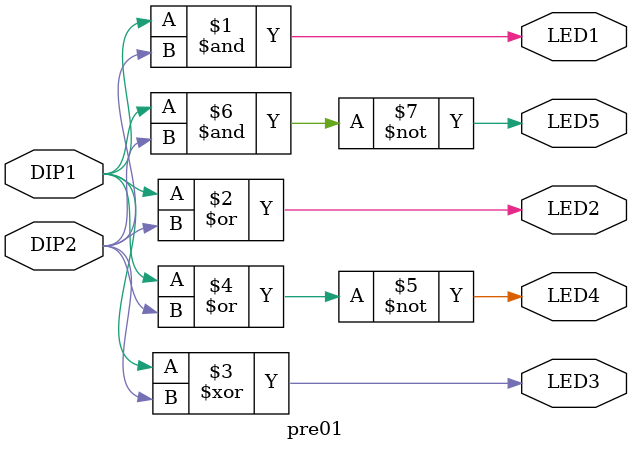
<source format=v>
`timescale 1ns / 1ps

module pre01(
    input DIP1, // DIP switch 1
    input DIP2, // DIP switch 2

    
    output LED1, // LED 1
    output LED2, // LED 2
    output LED3, // LED 3
    output LED4, // LED 4
    output LED5  // LED 5
    );

assign LED1 = DIP1 & DIP2; // AND gate
assign LED2 = DIP1 | DIP2; // OR gate
assign LED3 = DIP1 ^ DIP2; // XOR gate

assign LED4 = ~(DIP1 | DIP2); // NOR gate
assign LED5 = ~(DIP1 & DIP2); // NAND gate

endmodule

</source>
